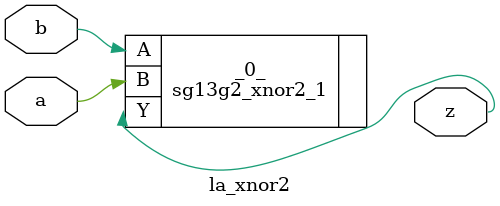
<source format=v>

/* Generated by Yosys 0.44 (git sha1 80ba43d26, g++ 11.4.0-1ubuntu1~22.04 -fPIC -O3) */

(* top =  1  *)
(* src = "generated" *)
module la_xnor2 (
    a,
    b,
    z
);
  (* src = "generated" *)
  input a;
  wire a;
  (* src = "generated" *)
  input b;
  wire b;
  (* src = "generated" *)
  output z;
  wire z;
  sg13g2_xnor2_1 _0_ (
      .A(b),
      .B(a),
      .Y(z)
  );
endmodule

</source>
